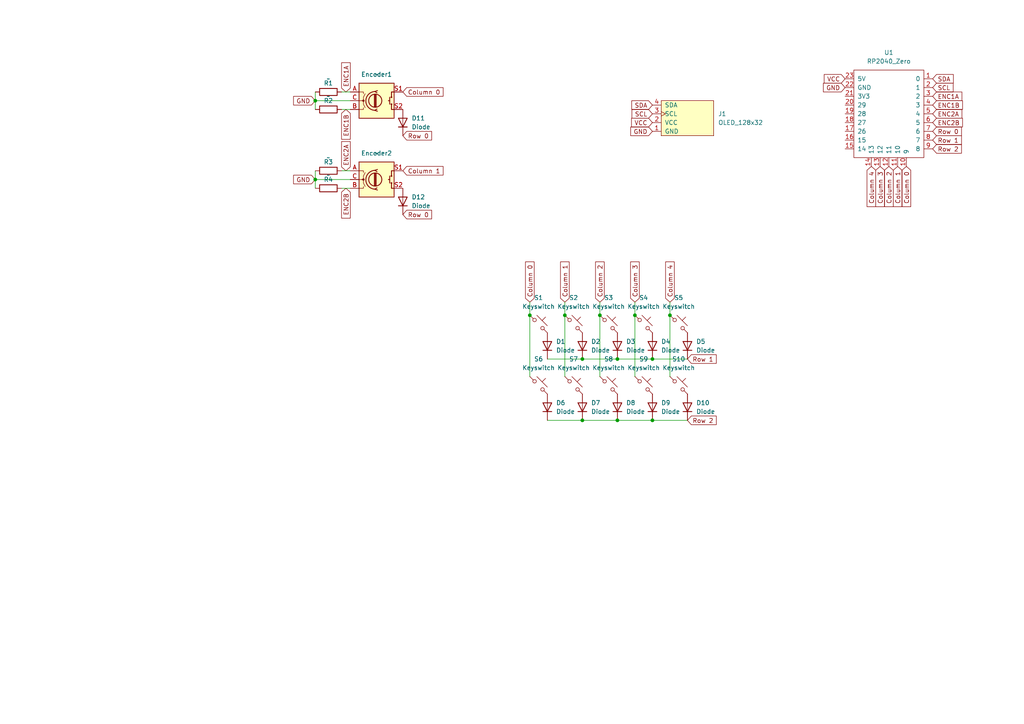
<source format=kicad_sch>
(kicad_sch (version 20230121) (generator eeschema)

  (uuid d048e955-51f6-497f-a095-47df2d1de739)

  (paper "A4")

  (lib_symbols
    (symbol "Device:RotaryEncoder_Switch" (pin_names (offset 0.254) hide) (in_bom yes) (on_board yes)
      (property "Reference" "SW" (at 0 6.604 0)
        (effects (font (size 1.27 1.27)))
      )
      (property "Value" "RotaryEncoder_Switch" (at 0 -6.604 0)
        (effects (font (size 1.27 1.27)))
      )
      (property "Footprint" "" (at -3.81 4.064 0)
        (effects (font (size 1.27 1.27)) hide)
      )
      (property "Datasheet" "~" (at 0 6.604 0)
        (effects (font (size 1.27 1.27)) hide)
      )
      (property "ki_keywords" "rotary switch encoder switch push button" (at 0 0 0)
        (effects (font (size 1.27 1.27)) hide)
      )
      (property "ki_description" "Rotary encoder, dual channel, incremental quadrate outputs, with switch" (at 0 0 0)
        (effects (font (size 1.27 1.27)) hide)
      )
      (property "ki_fp_filters" "RotaryEncoder*Switch*" (at 0 0 0)
        (effects (font (size 1.27 1.27)) hide)
      )
      (symbol "RotaryEncoder_Switch_0_1"
        (rectangle (start -5.08 5.08) (end 5.08 -5.08)
          (stroke (width 0.254) (type default))
          (fill (type background))
        )
        (circle (center -3.81 0) (radius 0.254)
          (stroke (width 0) (type default))
          (fill (type outline))
        )
        (circle (center -0.381 0) (radius 1.905)
          (stroke (width 0.254) (type default))
          (fill (type none))
        )
        (arc (start -0.381 2.667) (mid -3.0988 -0.0635) (end -0.381 -2.794)
          (stroke (width 0.254) (type default))
          (fill (type none))
        )
        (polyline
          (pts
            (xy -0.635 -1.778)
            (xy -0.635 1.778)
          )
          (stroke (width 0.254) (type default))
          (fill (type none))
        )
        (polyline
          (pts
            (xy -0.381 -1.778)
            (xy -0.381 1.778)
          )
          (stroke (width 0.254) (type default))
          (fill (type none))
        )
        (polyline
          (pts
            (xy -0.127 1.778)
            (xy -0.127 -1.778)
          )
          (stroke (width 0.254) (type default))
          (fill (type none))
        )
        (polyline
          (pts
            (xy 3.81 0)
            (xy 3.429 0)
          )
          (stroke (width 0.254) (type default))
          (fill (type none))
        )
        (polyline
          (pts
            (xy 3.81 1.016)
            (xy 3.81 -1.016)
          )
          (stroke (width 0.254) (type default))
          (fill (type none))
        )
        (polyline
          (pts
            (xy -5.08 -2.54)
            (xy -3.81 -2.54)
            (xy -3.81 -2.032)
          )
          (stroke (width 0) (type default))
          (fill (type none))
        )
        (polyline
          (pts
            (xy -5.08 2.54)
            (xy -3.81 2.54)
            (xy -3.81 2.032)
          )
          (stroke (width 0) (type default))
          (fill (type none))
        )
        (polyline
          (pts
            (xy 0.254 -3.048)
            (xy -0.508 -2.794)
            (xy 0.127 -2.413)
          )
          (stroke (width 0.254) (type default))
          (fill (type none))
        )
        (polyline
          (pts
            (xy 0.254 2.921)
            (xy -0.508 2.667)
            (xy 0.127 2.286)
          )
          (stroke (width 0.254) (type default))
          (fill (type none))
        )
        (polyline
          (pts
            (xy 5.08 -2.54)
            (xy 4.318 -2.54)
            (xy 4.318 -1.016)
          )
          (stroke (width 0.254) (type default))
          (fill (type none))
        )
        (polyline
          (pts
            (xy 5.08 2.54)
            (xy 4.318 2.54)
            (xy 4.318 1.016)
          )
          (stroke (width 0.254) (type default))
          (fill (type none))
        )
        (polyline
          (pts
            (xy -5.08 0)
            (xy -3.81 0)
            (xy -3.81 -1.016)
            (xy -3.302 -2.032)
          )
          (stroke (width 0) (type default))
          (fill (type none))
        )
        (polyline
          (pts
            (xy -4.318 0)
            (xy -3.81 0)
            (xy -3.81 1.016)
            (xy -3.302 2.032)
          )
          (stroke (width 0) (type default))
          (fill (type none))
        )
        (circle (center 4.318 -1.016) (radius 0.127)
          (stroke (width 0.254) (type default))
          (fill (type none))
        )
        (circle (center 4.318 1.016) (radius 0.127)
          (stroke (width 0.254) (type default))
          (fill (type none))
        )
      )
      (symbol "RotaryEncoder_Switch_1_1"
        (pin passive line (at -7.62 2.54 0) (length 2.54)
          (name "A" (effects (font (size 1.27 1.27))))
          (number "A" (effects (font (size 1.27 1.27))))
        )
        (pin passive line (at -7.62 -2.54 0) (length 2.54)
          (name "B" (effects (font (size 1.27 1.27))))
          (number "B" (effects (font (size 1.27 1.27))))
        )
        (pin passive line (at -7.62 0 0) (length 2.54)
          (name "C" (effects (font (size 1.27 1.27))))
          (number "C" (effects (font (size 1.27 1.27))))
        )
        (pin passive line (at 7.62 2.54 180) (length 2.54)
          (name "S1" (effects (font (size 1.27 1.27))))
          (number "S1" (effects (font (size 1.27 1.27))))
        )
        (pin passive line (at 7.62 -2.54 180) (length 2.54)
          (name "S2" (effects (font (size 1.27 1.27))))
          (number "S2" (effects (font (size 1.27 1.27))))
        )
      )
    )
    (symbol "ScottoKeebs:MCU_RP2040_Zero" (pin_names (offset 1.016)) (in_bom yes) (on_board yes)
      (property "Reference" "U" (at 0 15.24 0)
        (effects (font (size 1.27 1.27)))
      )
      (property "Value" "RP2040_Zero" (at 0 12.7 0)
        (effects (font (size 1.27 1.27)))
      )
      (property "Footprint" "ScottoKeebs_MCU:RP2040_Zero" (at -8.89 5.08 0)
        (effects (font (size 1.27 1.27)) hide)
      )
      (property "Datasheet" "" (at -8.89 5.08 0)
        (effects (font (size 1.27 1.27)) hide)
      )
      (symbol "MCU_RP2040_Zero_0_1"
        (rectangle (start -10.16 11.43) (end 10.16 -13.97)
          (stroke (width 0) (type default))
          (fill (type none))
        )
      )
      (symbol "MCU_RP2040_Zero_1_1"
        (pin bidirectional line (at 12.7 8.89 180) (length 2.54)
          (name "0" (effects (font (size 1.27 1.27))))
          (number "1" (effects (font (size 1.27 1.27))))
        )
        (pin bidirectional line (at 5.08 -16.51 90) (length 2.54)
          (name "9" (effects (font (size 1.27 1.27))))
          (number "10" (effects (font (size 1.27 1.27))))
        )
        (pin bidirectional line (at 2.54 -16.51 90) (length 2.54)
          (name "10" (effects (font (size 1.27 1.27))))
          (number "11" (effects (font (size 1.27 1.27))))
        )
        (pin bidirectional line (at 0 -16.51 90) (length 2.54)
          (name "11" (effects (font (size 1.27 1.27))))
          (number "12" (effects (font (size 1.27 1.27))))
        )
        (pin bidirectional line (at -2.54 -16.51 90) (length 2.54)
          (name "12" (effects (font (size 1.27 1.27))))
          (number "13" (effects (font (size 1.27 1.27))))
        )
        (pin bidirectional line (at -5.08 -16.51 90) (length 2.54)
          (name "13" (effects (font (size 1.27 1.27))))
          (number "14" (effects (font (size 1.27 1.27))))
        )
        (pin bidirectional line (at -12.7 -11.43 0) (length 2.54)
          (name "14" (effects (font (size 1.27 1.27))))
          (number "15" (effects (font (size 1.27 1.27))))
        )
        (pin bidirectional line (at -12.7 -8.89 0) (length 2.54)
          (name "15" (effects (font (size 1.27 1.27))))
          (number "16" (effects (font (size 1.27 1.27))))
        )
        (pin bidirectional line (at -12.7 -6.35 0) (length 2.54)
          (name "26" (effects (font (size 1.27 1.27))))
          (number "17" (effects (font (size 1.27 1.27))))
        )
        (pin bidirectional line (at -12.7 -3.81 0) (length 2.54)
          (name "27" (effects (font (size 1.27 1.27))))
          (number "18" (effects (font (size 1.27 1.27))))
        )
        (pin bidirectional line (at -12.7 -1.27 0) (length 2.54)
          (name "28" (effects (font (size 1.27 1.27))))
          (number "19" (effects (font (size 1.27 1.27))))
        )
        (pin bidirectional line (at 12.7 6.35 180) (length 2.54)
          (name "1" (effects (font (size 1.27 1.27))))
          (number "2" (effects (font (size 1.27 1.27))))
        )
        (pin bidirectional line (at -12.7 1.27 0) (length 2.54)
          (name "29" (effects (font (size 1.27 1.27))))
          (number "20" (effects (font (size 1.27 1.27))))
        )
        (pin power_out line (at -12.7 3.81 0) (length 2.54)
          (name "3V3" (effects (font (size 1.27 1.27))))
          (number "21" (effects (font (size 1.27 1.27))))
        )
        (pin power_out line (at -12.7 6.35 0) (length 2.54)
          (name "GND" (effects (font (size 1.27 1.27))))
          (number "22" (effects (font (size 1.27 1.27))))
        )
        (pin power_out line (at -12.7 8.89 0) (length 2.54)
          (name "5V" (effects (font (size 1.27 1.27))))
          (number "23" (effects (font (size 1.27 1.27))))
        )
        (pin bidirectional line (at 12.7 3.81 180) (length 2.54)
          (name "2" (effects (font (size 1.27 1.27))))
          (number "3" (effects (font (size 1.27 1.27))))
        )
        (pin bidirectional line (at 12.7 1.27 180) (length 2.54)
          (name "3" (effects (font (size 1.27 1.27))))
          (number "4" (effects (font (size 1.27 1.27))))
        )
        (pin bidirectional line (at 12.7 -1.27 180) (length 2.54)
          (name "4" (effects (font (size 1.27 1.27))))
          (number "5" (effects (font (size 1.27 1.27))))
        )
        (pin bidirectional line (at 12.7 -3.81 180) (length 2.54)
          (name "5" (effects (font (size 1.27 1.27))))
          (number "6" (effects (font (size 1.27 1.27))))
        )
        (pin bidirectional line (at 12.7 -6.35 180) (length 2.54)
          (name "6" (effects (font (size 1.27 1.27))))
          (number "7" (effects (font (size 1.27 1.27))))
        )
        (pin bidirectional line (at 12.7 -8.89 180) (length 2.54)
          (name "7" (effects (font (size 1.27 1.27))))
          (number "8" (effects (font (size 1.27 1.27))))
        )
        (pin bidirectional line (at 12.7 -11.43 180) (length 2.54)
          (name "8" (effects (font (size 1.27 1.27))))
          (number "9" (effects (font (size 1.27 1.27))))
        )
      )
    )
    (symbol "ScottoKeebs:OLED_128x32" (pin_names (offset 1.016)) (in_bom yes) (on_board yes)
      (property "Reference" "J" (at 0 -6.35 0)
        (effects (font (size 1.27 1.27)))
      )
      (property "Value" "OLED_128x32" (at 0 6.35 0)
        (effects (font (size 1.27 1.27)))
      )
      (property "Footprint" "ScottoKeebs_Components:OLED_128x32" (at 0 8.89 0)
        (effects (font (size 1.27 1.27)) hide)
      )
      (property "Datasheet" "" (at 0 1.27 0)
        (effects (font (size 1.27 1.27)) hide)
      )
      (symbol "OLED_128x32_0_1"
        (rectangle (start 0 5.08) (end 15.24 -5.08)
          (stroke (width 0) (type default))
          (fill (type background))
        )
      )
      (symbol "OLED_128x32_1_1"
        (pin power_in line (at -2.54 -3.81 0) (length 2.54)
          (name "GND" (effects (font (size 1.27 1.27))))
          (number "1" (effects (font (size 1.27 1.27))))
        )
        (pin power_in line (at -2.54 -1.27 0) (length 2.54)
          (name "VCC" (effects (font (size 1.27 1.27))))
          (number "2" (effects (font (size 1.27 1.27))))
        )
        (pin input clock (at -2.54 1.27 0) (length 2.54)
          (name "SCL" (effects (font (size 1.27 1.27))))
          (number "3" (effects (font (size 1.27 1.27))))
        )
        (pin bidirectional line (at -2.54 3.81 0) (length 2.54)
          (name "SDA" (effects (font (size 1.27 1.27))))
          (number "4" (effects (font (size 1.27 1.27))))
        )
      )
    )
    (symbol "ScottoKeebs:Placeholder_Diode" (pin_numbers hide) (pin_names hide) (in_bom yes) (on_board yes)
      (property "Reference" "D" (at 0 2.54 0)
        (effects (font (size 1.27 1.27)))
      )
      (property "Value" "Diode" (at 0 -2.54 0)
        (effects (font (size 1.27 1.27)))
      )
      (property "Footprint" "" (at 0 0 0)
        (effects (font (size 1.27 1.27)) hide)
      )
      (property "Datasheet" "" (at 0 0 0)
        (effects (font (size 1.27 1.27)) hide)
      )
      (property "Sim.Device" "D" (at 0 0 0)
        (effects (font (size 1.27 1.27)) hide)
      )
      (property "Sim.Pins" "1=K 2=A" (at 0 0 0)
        (effects (font (size 1.27 1.27)) hide)
      )
      (property "ki_keywords" "diode" (at 0 0 0)
        (effects (font (size 1.27 1.27)) hide)
      )
      (property "ki_description" "1N4148 (DO-35) or 1N4148W (SOD-123)" (at 0 0 0)
        (effects (font (size 1.27 1.27)) hide)
      )
      (property "ki_fp_filters" "D*DO?35*" (at 0 0 0)
        (effects (font (size 1.27 1.27)) hide)
      )
      (symbol "Placeholder_Diode_0_1"
        (polyline
          (pts
            (xy -1.27 1.27)
            (xy -1.27 -1.27)
          )
          (stroke (width 0.254) (type default))
          (fill (type none))
        )
        (polyline
          (pts
            (xy 1.27 0)
            (xy -1.27 0)
          )
          (stroke (width 0) (type default))
          (fill (type none))
        )
        (polyline
          (pts
            (xy 1.27 1.27)
            (xy 1.27 -1.27)
            (xy -1.27 0)
            (xy 1.27 1.27)
          )
          (stroke (width 0.254) (type default))
          (fill (type none))
        )
      )
      (symbol "Placeholder_Diode_1_1"
        (pin passive line (at -3.81 0 0) (length 2.54)
          (name "K" (effects (font (size 1.27 1.27))))
          (number "1" (effects (font (size 1.27 1.27))))
        )
        (pin passive line (at 3.81 0 180) (length 2.54)
          (name "A" (effects (font (size 1.27 1.27))))
          (number "2" (effects (font (size 1.27 1.27))))
        )
      )
    )
    (symbol "ScottoKeebs:Placeholder_Keyswitch" (pin_numbers hide) (pin_names (offset 1.016) hide) (in_bom yes) (on_board yes)
      (property "Reference" "S" (at 3.048 1.016 0)
        (effects (font (size 1.27 1.27)) (justify left))
      )
      (property "Value" "Keyswitch" (at 0 -3.81 0)
        (effects (font (size 1.27 1.27)))
      )
      (property "Footprint" "" (at 0 0 0)
        (effects (font (size 1.27 1.27)) hide)
      )
      (property "Datasheet" "~" (at 0 0 0)
        (effects (font (size 1.27 1.27)) hide)
      )
      (property "ki_keywords" "switch normally-open pushbutton push-button" (at 0 0 0)
        (effects (font (size 1.27 1.27)) hide)
      )
      (property "ki_description" "Push button switch, normally open, two pins, 45° tilted" (at 0 0 0)
        (effects (font (size 1.27 1.27)) hide)
      )
      (symbol "Placeholder_Keyswitch_0_1"
        (circle (center -1.1684 1.1684) (radius 0.508)
          (stroke (width 0) (type default))
          (fill (type none))
        )
        (polyline
          (pts
            (xy -0.508 2.54)
            (xy 2.54 -0.508)
          )
          (stroke (width 0) (type default))
          (fill (type none))
        )
        (polyline
          (pts
            (xy 1.016 1.016)
            (xy 2.032 2.032)
          )
          (stroke (width 0) (type default))
          (fill (type none))
        )
        (polyline
          (pts
            (xy -2.54 2.54)
            (xy -1.524 1.524)
            (xy -1.524 1.524)
          )
          (stroke (width 0) (type default))
          (fill (type none))
        )
        (polyline
          (pts
            (xy 1.524 -1.524)
            (xy 2.54 -2.54)
            (xy 2.54 -2.54)
            (xy 2.54 -2.54)
          )
          (stroke (width 0) (type default))
          (fill (type none))
        )
        (circle (center 1.143 -1.1938) (radius 0.508)
          (stroke (width 0) (type default))
          (fill (type none))
        )
        (pin passive line (at -2.54 2.54 0) (length 0)
          (name "1" (effects (font (size 1.27 1.27))))
          (number "1" (effects (font (size 1.27 1.27))))
        )
        (pin passive line (at 2.54 -2.54 180) (length 0)
          (name "2" (effects (font (size 1.27 1.27))))
          (number "2" (effects (font (size 1.27 1.27))))
        )
      )
    )
    (symbol "ScottoKeebs:Placeholder_Resistor" (pin_numbers hide) (pin_names (offset 0)) (in_bom yes) (on_board yes)
      (property "Reference" "R" (at 0 2.032 0)
        (effects (font (size 1.27 1.27)))
      )
      (property "Value" "Resistor" (at 0 -2.54 0)
        (effects (font (size 1.27 1.27)))
      )
      (property "Footprint" "" (at 0 -1.778 0)
        (effects (font (size 1.27 1.27)) hide)
      )
      (property "Datasheet" "~" (at 0 0 90)
        (effects (font (size 1.27 1.27)) hide)
      )
      (property "ki_keywords" "R res resistor" (at 0 0 0)
        (effects (font (size 1.27 1.27)) hide)
      )
      (property "ki_description" "Resistor" (at 0 0 0)
        (effects (font (size 1.27 1.27)) hide)
      )
      (property "ki_fp_filters" "R_*" (at 0 0 0)
        (effects (font (size 1.27 1.27)) hide)
      )
      (symbol "Placeholder_Resistor_0_1"
        (rectangle (start 2.54 -1.016) (end -2.54 1.016)
          (stroke (width 0.254) (type default))
          (fill (type none))
        )
      )
      (symbol "Placeholder_Resistor_1_1"
        (pin passive line (at -3.81 0 0) (length 1.27)
          (name "~" (effects (font (size 1.27 1.27))))
          (number "1" (effects (font (size 1.27 1.27))))
        )
        (pin passive line (at 3.81 0 180) (length 1.27)
          (name "~" (effects (font (size 1.27 1.27))))
          (number "2" (effects (font (size 1.27 1.27))))
        )
      )
    )
  )

  (junction (at 189.23 121.92) (diameter 0) (color 0 0 0 0)
    (uuid 1e5b3fba-db18-4b8e-9341-2a7be5c6a7cc)
  )
  (junction (at 179.07 104.14) (diameter 0) (color 0 0 0 0)
    (uuid 1e665b6d-d21f-4e14-a7b1-aacd9272f24a)
  )
  (junction (at 168.91 104.14) (diameter 0) (color 0 0 0 0)
    (uuid 2c7500f9-bce1-4002-8270-c4a00f9a8f8f)
  )
  (junction (at 179.07 121.92) (diameter 0) (color 0 0 0 0)
    (uuid 2ec637bd-d256-44c2-a3a5-72a628177ecf)
  )
  (junction (at 173.99 91.44) (diameter 0) (color 0 0 0 0)
    (uuid 3bde8a9d-fcfc-473f-a0dc-4d9d48168262)
  )
  (junction (at 194.31 91.44) (diameter 0) (color 0 0 0 0)
    (uuid 5eee77c2-500a-4e0c-b259-cd73105d25ff)
  )
  (junction (at 163.83 91.44) (diameter 0) (color 0 0 0 0)
    (uuid 62ce9d02-148c-4da6-82d0-0c6c64678b7b)
  )
  (junction (at 91.44 29.21) (diameter 0) (color 0 0 0 0)
    (uuid 787b6907-363c-4a80-9679-39de6f96dbdb)
  )
  (junction (at 153.67 91.44) (diameter 0) (color 0 0 0 0)
    (uuid 9deff51b-b40f-431c-9a57-73cd4cb481ee)
  )
  (junction (at 184.15 91.44) (diameter 0) (color 0 0 0 0)
    (uuid c621f211-b046-46a9-8a63-d8395ce03022)
  )
  (junction (at 91.44 52.07) (diameter 0) (color 0 0 0 0)
    (uuid d6429d55-ceb7-4e5f-b674-7f0939594c8a)
  )
  (junction (at 168.91 121.92) (diameter 0) (color 0 0 0 0)
    (uuid e67d2c87-2ca7-4788-9a5f-2f28b9363bee)
  )
  (junction (at 189.23 104.14) (diameter 0) (color 0 0 0 0)
    (uuid f5048ae9-7f84-409f-824f-0657893128e0)
  )

  (wire (pts (xy 91.44 49.53) (xy 91.44 52.07))
    (stroke (width 0) (type default))
    (uuid 04baf87d-f987-4ba4-804c-98d67f415b6a)
  )
  (wire (pts (xy 184.15 87.63) (xy 184.15 91.44))
    (stroke (width 0) (type default))
    (uuid 160634a6-14fe-43bf-87f5-6a6cf7fe9cb5)
  )
  (wire (pts (xy 99.06 31.75) (xy 101.6 31.75))
    (stroke (width 0) (type default))
    (uuid 1adbce5e-c3dd-4d21-b060-5f249517e5bf)
  )
  (wire (pts (xy 99.06 49.53) (xy 101.6 49.53))
    (stroke (width 0) (type default))
    (uuid 1d4f31ef-a5af-4bab-a5ec-d1bfd07bb52c)
  )
  (wire (pts (xy 158.75 104.14) (xy 168.91 104.14))
    (stroke (width 0) (type default))
    (uuid 1d8d61ac-7f22-4847-8631-b6ea922cc9b1)
  )
  (wire (pts (xy 179.07 104.14) (xy 189.23 104.14))
    (stroke (width 0) (type default))
    (uuid 3067bef0-7978-4357-b4a1-575d08b02f54)
  )
  (wire (pts (xy 179.07 121.92) (xy 189.23 121.92))
    (stroke (width 0) (type default))
    (uuid 400f5a04-3c0a-4b63-8cd0-a03a5ee2aff0)
  )
  (wire (pts (xy 184.15 91.44) (xy 184.15 109.22))
    (stroke (width 0) (type default))
    (uuid 564239d6-ddcf-4dd0-bee9-595c67e93863)
  )
  (wire (pts (xy 168.91 121.92) (xy 179.07 121.92))
    (stroke (width 0) (type default))
    (uuid 65dde909-e86c-4ea4-88dc-330c07e03c24)
  )
  (wire (pts (xy 99.06 54.61) (xy 101.6 54.61))
    (stroke (width 0) (type default))
    (uuid 6b8f4470-2b5d-4987-8c98-ed0b718160e5)
  )
  (wire (pts (xy 91.44 29.21) (xy 91.44 31.75))
    (stroke (width 0) (type default))
    (uuid 75944a68-e883-41b2-b7d7-62daefa3ded0)
  )
  (wire (pts (xy 189.23 104.14) (xy 199.39 104.14))
    (stroke (width 0) (type default))
    (uuid 7bc3a02c-92fe-4617-b8d5-d8f0c8406bc1)
  )
  (wire (pts (xy 99.06 26.67) (xy 101.6 26.67))
    (stroke (width 0) (type default))
    (uuid 81d337a8-7106-4045-91cd-a267c99bdb71)
  )
  (wire (pts (xy 153.67 87.63) (xy 153.67 91.44))
    (stroke (width 0) (type default))
    (uuid 923bf1c7-6cbf-41bd-8747-71a9fa89cef1)
  )
  (wire (pts (xy 168.91 104.14) (xy 179.07 104.14))
    (stroke (width 0) (type default))
    (uuid a32ecbe0-4f63-48fc-b08d-624e2b6c4d77)
  )
  (wire (pts (xy 194.31 87.63) (xy 194.31 91.44))
    (stroke (width 0) (type default))
    (uuid b8031668-08f1-4818-b071-8b1aa6ecac48)
  )
  (wire (pts (xy 153.67 91.44) (xy 153.67 109.22))
    (stroke (width 0) (type default))
    (uuid b92ad43f-af29-4425-874c-4a28c3e78be5)
  )
  (wire (pts (xy 163.83 87.63) (xy 163.83 91.44))
    (stroke (width 0) (type default))
    (uuid cb823bfe-c9c9-400a-860d-7080387e4177)
  )
  (wire (pts (xy 173.99 91.44) (xy 173.99 109.22))
    (stroke (width 0) (type default))
    (uuid d6123d34-3a7f-4ba0-a96e-0cbc93e0dcbe)
  )
  (wire (pts (xy 91.44 29.21) (xy 101.6 29.21))
    (stroke (width 0) (type default))
    (uuid d9ba9dde-5dd6-4f85-90e1-2f32ebcfa9ef)
  )
  (wire (pts (xy 158.75 121.92) (xy 168.91 121.92))
    (stroke (width 0) (type default))
    (uuid de73a169-2d1a-4fc4-9c19-bc5f7f293cd0)
  )
  (wire (pts (xy 173.99 87.63) (xy 173.99 91.44))
    (stroke (width 0) (type default))
    (uuid dff89e4a-ab62-4fc0-90be-21047013b7c3)
  )
  (wire (pts (xy 163.83 91.44) (xy 163.83 109.22))
    (stroke (width 0) (type default))
    (uuid e5ec5f35-a028-454b-b41d-526e7352cf28)
  )
  (wire (pts (xy 91.44 52.07) (xy 91.44 54.61))
    (stroke (width 0) (type default))
    (uuid f036b252-498c-4feb-b2f2-afab1bce8f8a)
  )
  (wire (pts (xy 91.44 26.67) (xy 91.44 29.21))
    (stroke (width 0) (type default))
    (uuid f214f803-f6a0-4581-95ab-264d9f0711eb)
  )
  (wire (pts (xy 189.23 121.92) (xy 199.39 121.92))
    (stroke (width 0) (type default))
    (uuid f32bc817-a725-4dda-b416-daad00d6d76e)
  )
  (wire (pts (xy 91.44 52.07) (xy 101.6 52.07))
    (stroke (width 0) (type default))
    (uuid fa778cf8-ab1a-4e30-bce7-c116d3e72346)
  )
  (wire (pts (xy 194.31 91.44) (xy 194.31 109.22))
    (stroke (width 0) (type default))
    (uuid fdf5065c-a16e-4ee3-90c2-dfe136d74c7e)
  )

  (global_label "Column 1" (shape input) (at 116.84 49.53 0) (fields_autoplaced)
    (effects (font (size 1.27 1.27)) (justify left))
    (uuid 03654ad3-0e52-4aff-9520-a0a02a865207)
    (property "Intersheetrefs" "${INTERSHEET_REFS}" (at 129.0778 49.53 0)
      (effects (font (size 1.27 1.27)) (justify left) hide)
    )
  )
  (global_label "ENC2A" (shape input) (at 100.33 49.53 90) (fields_autoplaced)
    (effects (font (size 1.27 1.27)) (justify left))
    (uuid 0541c404-7775-4a66-9d46-c01f4252661b)
    (property "Intersheetrefs" "${INTERSHEET_REFS}" (at 100.33 40.4972 90)
      (effects (font (size 1.27 1.27)) (justify left) hide)
    )
  )
  (global_label "Column 0" (shape input) (at 116.84 26.67 0) (fields_autoplaced)
    (effects (font (size 1.27 1.27)) (justify left))
    (uuid 05936c25-fbe9-4a44-ac70-43b52c3e3af3)
    (property "Intersheetrefs" "${INTERSHEET_REFS}" (at 129.0778 26.67 0)
      (effects (font (size 1.27 1.27)) (justify left) hide)
    )
  )
  (global_label "ENC2B" (shape input) (at 100.33 54.61 270) (fields_autoplaced)
    (effects (font (size 1.27 1.27)) (justify right))
    (uuid 098d78b2-e941-4b98-9ca2-9f63ae0f71ed)
    (property "Intersheetrefs" "${INTERSHEET_REFS}" (at 100.33 63.8242 90)
      (effects (font (size 1.27 1.27)) (justify right) hide)
    )
  )
  (global_label "Row 1" (shape input) (at 270.51 40.64 0) (fields_autoplaced)
    (effects (font (size 1.27 1.27)) (justify left))
    (uuid 16a53a26-cfc0-4bd3-857d-7ed70f07e827)
    (property "Intersheetrefs" "${INTERSHEET_REFS}" (at 279.4218 40.64 0)
      (effects (font (size 1.27 1.27)) (justify left) hide)
    )
  )
  (global_label "Column 4" (shape input) (at 194.31 87.63 90) (fields_autoplaced)
    (effects (font (size 1.27 1.27)) (justify left))
    (uuid 2324651f-01f3-4689-9e76-33ea78cc1504)
    (property "Intersheetrefs" "${INTERSHEET_REFS}" (at 194.31 75.3922 90)
      (effects (font (size 1.27 1.27)) (justify left) hide)
    )
  )
  (global_label "Row 0" (shape input) (at 116.84 62.23 0) (fields_autoplaced)
    (effects (font (size 1.27 1.27)) (justify left))
    (uuid 2abe8e68-3e81-40b3-9b8e-fe9a6ed3c4e8)
    (property "Intersheetrefs" "${INTERSHEET_REFS}" (at 125.7518 62.23 0)
      (effects (font (size 1.27 1.27)) (justify left) hide)
    )
  )
  (global_label "Column 4" (shape input) (at 252.73 48.26 270) (fields_autoplaced)
    (effects (font (size 1.27 1.27)) (justify right))
    (uuid 3674bafc-884c-4f16-a3f0-7f7a858f198b)
    (property "Intersheetrefs" "${INTERSHEET_REFS}" (at 252.73 60.4978 90)
      (effects (font (size 1.27 1.27)) (justify right) hide)
    )
  )
  (global_label "SDA" (shape input) (at 189.23 30.48 180) (fields_autoplaced)
    (effects (font (size 1.27 1.27)) (justify right))
    (uuid 3cf47284-5ab8-4982-a4eb-764dcdaa074a)
    (property "Intersheetrefs" "${INTERSHEET_REFS}" (at 182.6767 30.48 0)
      (effects (font (size 1.27 1.27)) (justify right) hide)
    )
  )
  (global_label "ENC1B" (shape input) (at 100.33 31.75 270) (fields_autoplaced)
    (effects (font (size 1.27 1.27)) (justify right))
    (uuid 4acc3574-8c98-46b0-9dae-9f281127a7e8)
    (property "Intersheetrefs" "${INTERSHEET_REFS}" (at 100.33 40.9642 90)
      (effects (font (size 1.27 1.27)) (justify right) hide)
    )
  )
  (global_label "Row 1" (shape input) (at 199.39 104.14 0) (fields_autoplaced)
    (effects (font (size 1.27 1.27)) (justify left))
    (uuid 50d4b1e5-931f-4118-9f49-c4340100c793)
    (property "Intersheetrefs" "${INTERSHEET_REFS}" (at 208.3018 104.14 0)
      (effects (font (size 1.27 1.27)) (justify left) hide)
    )
  )
  (global_label "Column 1" (shape input) (at 163.83 87.63 90) (fields_autoplaced)
    (effects (font (size 1.27 1.27)) (justify left))
    (uuid 60c10fb0-f4d9-489f-b670-77f54268281d)
    (property "Intersheetrefs" "${INTERSHEET_REFS}" (at 163.83 75.3922 90)
      (effects (font (size 1.27 1.27)) (justify left) hide)
    )
  )
  (global_label "Column 3" (shape input) (at 184.15 87.63 90) (fields_autoplaced)
    (effects (font (size 1.27 1.27)) (justify left))
    (uuid 6759b93e-82ee-4fe9-a417-21ffa868cb12)
    (property "Intersheetrefs" "${INTERSHEET_REFS}" (at 184.15 75.3922 90)
      (effects (font (size 1.27 1.27)) (justify left) hide)
    )
  )
  (global_label "Column 1" (shape input) (at 260.35 48.26 270) (fields_autoplaced)
    (effects (font (size 1.27 1.27)) (justify right))
    (uuid 6b2d0368-55b1-4b7f-be38-ea3adcd4b922)
    (property "Intersheetrefs" "${INTERSHEET_REFS}" (at 260.35 60.4978 90)
      (effects (font (size 1.27 1.27)) (justify right) hide)
    )
  )
  (global_label "Column 0" (shape input) (at 153.67 87.63 90) (fields_autoplaced)
    (effects (font (size 1.27 1.27)) (justify left))
    (uuid 6fbe898d-b8df-4f6a-8a1b-1fa5e8ac0c15)
    (property "Intersheetrefs" "${INTERSHEET_REFS}" (at 153.67 75.3922 90)
      (effects (font (size 1.27 1.27)) (justify left) hide)
    )
  )
  (global_label "GND" (shape input) (at 91.44 52.07 180) (fields_autoplaced)
    (effects (font (size 1.27 1.27)) (justify right))
    (uuid 70dfb3df-18d7-46d3-a161-712b328b29a6)
    (property "Intersheetrefs" "${INTERSHEET_REFS}" (at 84.5843 52.07 0)
      (effects (font (size 1.27 1.27)) (justify right) hide)
    )
  )
  (global_label "ENC2A" (shape input) (at 270.51 33.02 0) (fields_autoplaced)
    (effects (font (size 1.27 1.27)) (justify left))
    (uuid 790abd11-d51c-4641-b5f9-50187bde5175)
    (property "Intersheetrefs" "${INTERSHEET_REFS}" (at 279.5428 33.02 0)
      (effects (font (size 1.27 1.27)) (justify left) hide)
    )
  )
  (global_label "GND" (shape input) (at 189.23 38.1 180) (fields_autoplaced)
    (effects (font (size 1.27 1.27)) (justify right))
    (uuid 7de847bf-c0b8-4982-a8c0-4668e0f9f0bd)
    (property "Intersheetrefs" "${INTERSHEET_REFS}" (at 182.3743 38.1 0)
      (effects (font (size 1.27 1.27)) (justify right) hide)
    )
  )
  (global_label "Row 0" (shape input) (at 116.84 39.37 0) (fields_autoplaced)
    (effects (font (size 1.27 1.27)) (justify left))
    (uuid 84a862d6-394a-420f-a931-297324ae869c)
    (property "Intersheetrefs" "${INTERSHEET_REFS}" (at 125.7518 39.37 0)
      (effects (font (size 1.27 1.27)) (justify left) hide)
    )
  )
  (global_label "ENC2B" (shape input) (at 270.51 35.56 0) (fields_autoplaced)
    (effects (font (size 1.27 1.27)) (justify left))
    (uuid 886f3ede-7e98-487f-982b-4931e713c81b)
    (property "Intersheetrefs" "${INTERSHEET_REFS}" (at 279.7242 35.56 0)
      (effects (font (size 1.27 1.27)) (justify left) hide)
    )
  )
  (global_label "VCC" (shape input) (at 245.11 22.86 180) (fields_autoplaced)
    (effects (font (size 1.27 1.27)) (justify right))
    (uuid 9200e605-0820-4078-9e95-f5dbba49090a)
    (property "Intersheetrefs" "${INTERSHEET_REFS}" (at 238.4962 22.86 0)
      (effects (font (size 1.27 1.27)) (justify right) hide)
    )
  )
  (global_label "GND" (shape input) (at 245.11 25.4 180) (fields_autoplaced)
    (effects (font (size 1.27 1.27)) (justify right))
    (uuid 9dc2df39-25f5-429d-9daf-ad1234dc31e3)
    (property "Intersheetrefs" "${INTERSHEET_REFS}" (at 238.2543 25.4 0)
      (effects (font (size 1.27 1.27)) (justify right) hide)
    )
  )
  (global_label "Column 3" (shape input) (at 255.27 48.26 270) (fields_autoplaced)
    (effects (font (size 1.27 1.27)) (justify right))
    (uuid 9e83b8d1-0dd3-4d8c-bcd2-dc75cadd5eb4)
    (property "Intersheetrefs" "${INTERSHEET_REFS}" (at 255.27 60.4978 90)
      (effects (font (size 1.27 1.27)) (justify right) hide)
    )
  )
  (global_label "ENC1A" (shape input) (at 100.33 26.67 90) (fields_autoplaced)
    (effects (font (size 1.27 1.27)) (justify left))
    (uuid a17a0bc2-a09a-4f82-a889-19c598d2b6c5)
    (property "Intersheetrefs" "${INTERSHEET_REFS}" (at 100.33 17.6372 90)
      (effects (font (size 1.27 1.27)) (justify left) hide)
    )
  )
  (global_label "SDA" (shape input) (at 270.51 22.86 0) (fields_autoplaced)
    (effects (font (size 1.27 1.27)) (justify left))
    (uuid a4b17af6-24d4-48ca-8c40-86a042619b47)
    (property "Intersheetrefs" "${INTERSHEET_REFS}" (at 277.0633 22.86 0)
      (effects (font (size 1.27 1.27)) (justify left) hide)
    )
  )
  (global_label "Column 2" (shape input) (at 173.99 87.63 90) (fields_autoplaced)
    (effects (font (size 1.27 1.27)) (justify left))
    (uuid a72753bc-b68c-4e5c-9317-e06a8218e3c6)
    (property "Intersheetrefs" "${INTERSHEET_REFS}" (at 173.99 75.3922 90)
      (effects (font (size 1.27 1.27)) (justify left) hide)
    )
  )
  (global_label "ENC1A" (shape input) (at 270.51 27.94 0) (fields_autoplaced)
    (effects (font (size 1.27 1.27)) (justify left))
    (uuid aacdb45c-55fc-442e-b5f0-ed48696a15aa)
    (property "Intersheetrefs" "${INTERSHEET_REFS}" (at 279.5428 27.94 0)
      (effects (font (size 1.27 1.27)) (justify left) hide)
    )
  )
  (global_label "Row 2" (shape input) (at 270.51 43.18 0) (fields_autoplaced)
    (effects (font (size 1.27 1.27)) (justify left))
    (uuid ae61f0d5-a47b-4a30-b46f-039bd05cdb07)
    (property "Intersheetrefs" "${INTERSHEET_REFS}" (at 279.4218 43.18 0)
      (effects (font (size 1.27 1.27)) (justify left) hide)
    )
  )
  (global_label "GND" (shape input) (at 91.44 29.21 180) (fields_autoplaced)
    (effects (font (size 1.27 1.27)) (justify right))
    (uuid b3f81b7b-f3eb-4384-baf1-3986d24f6d03)
    (property "Intersheetrefs" "${INTERSHEET_REFS}" (at 84.5843 29.21 0)
      (effects (font (size 1.27 1.27)) (justify right) hide)
    )
  )
  (global_label "VCC" (shape input) (at 189.23 35.56 180) (fields_autoplaced)
    (effects (font (size 1.27 1.27)) (justify right))
    (uuid b861d252-d899-4b09-be86-1cee64c2a5b1)
    (property "Intersheetrefs" "${INTERSHEET_REFS}" (at 182.6162 35.56 0)
      (effects (font (size 1.27 1.27)) (justify right) hide)
    )
  )
  (global_label "Column 2" (shape input) (at 257.81 48.26 270) (fields_autoplaced)
    (effects (font (size 1.27 1.27)) (justify right))
    (uuid c12d0747-707a-4ce4-9e13-9f8090be55b8)
    (property "Intersheetrefs" "${INTERSHEET_REFS}" (at 257.81 60.4978 90)
      (effects (font (size 1.27 1.27)) (justify right) hide)
    )
  )
  (global_label "Row 0" (shape input) (at 270.51 38.1 0) (fields_autoplaced)
    (effects (font (size 1.27 1.27)) (justify left))
    (uuid d127afbc-482d-44ca-a3d7-ee5026c67fdb)
    (property "Intersheetrefs" "${INTERSHEET_REFS}" (at 279.4218 38.1 0)
      (effects (font (size 1.27 1.27)) (justify left) hide)
    )
  )
  (global_label "SCL" (shape input) (at 270.51 25.4 0) (fields_autoplaced)
    (effects (font (size 1.27 1.27)) (justify left))
    (uuid d8bfe92d-1b16-403a-bbe0-079cb7b9437b)
    (property "Intersheetrefs" "${INTERSHEET_REFS}" (at 277.0028 25.4 0)
      (effects (font (size 1.27 1.27)) (justify left) hide)
    )
  )
  (global_label "Column 0" (shape input) (at 262.89 48.26 270) (fields_autoplaced)
    (effects (font (size 1.27 1.27)) (justify right))
    (uuid e6b74f93-658d-4c94-88dc-74417d7cc1af)
    (property "Intersheetrefs" "${INTERSHEET_REFS}" (at 262.89 60.4978 90)
      (effects (font (size 1.27 1.27)) (justify right) hide)
    )
  )
  (global_label "Row 2" (shape input) (at 199.39 121.92 0) (fields_autoplaced)
    (effects (font (size 1.27 1.27)) (justify left))
    (uuid f07a0c8e-780e-4b97-924c-ad8268bf7db3)
    (property "Intersheetrefs" "${INTERSHEET_REFS}" (at 208.3018 121.92 0)
      (effects (font (size 1.27 1.27)) (justify left) hide)
    )
  )
  (global_label "SCL" (shape input) (at 189.23 33.02 180) (fields_autoplaced)
    (effects (font (size 1.27 1.27)) (justify right))
    (uuid f69fb823-279e-42b5-aed2-ab672a8b664a)
    (property "Intersheetrefs" "${INTERSHEET_REFS}" (at 182.7372 33.02 0)
      (effects (font (size 1.27 1.27)) (justify right) hide)
    )
  )
  (global_label "ENC1B" (shape input) (at 270.51 30.48 0) (fields_autoplaced)
    (effects (font (size 1.27 1.27)) (justify left))
    (uuid fea5309c-e5ae-43b6-8a63-5d0658b117cf)
    (property "Intersheetrefs" "${INTERSHEET_REFS}" (at 279.7242 30.48 0)
      (effects (font (size 1.27 1.27)) (justify left) hide)
    )
  )

  (symbol (lib_id "ScottoKeebs:Placeholder_Diode") (at 189.23 118.11 90) (unit 1)
    (in_bom yes) (on_board yes) (dnp no) (fields_autoplaced)
    (uuid 140216bd-08e3-4419-974f-ce0e32e3386a)
    (property "Reference" "D9" (at 191.77 116.84 90)
      (effects (font (size 1.27 1.27)) (justify right))
    )
    (property "Value" "Diode" (at 191.77 119.38 90)
      (effects (font (size 1.27 1.27)) (justify right))
    )
    (property "Footprint" "ScottoKeebs_Components:Diode_SOD-123" (at 189.23 118.11 0)
      (effects (font (size 1.27 1.27)) hide)
    )
    (property "Datasheet" "" (at 189.23 118.11 0)
      (effects (font (size 1.27 1.27)) hide)
    )
    (property "Sim.Device" "D" (at 189.23 118.11 0)
      (effects (font (size 1.27 1.27)) hide)
    )
    (property "Sim.Pins" "1=K 2=A" (at 189.23 118.11 0)
      (effects (font (size 1.27 1.27)) hide)
    )
    (pin "2" (uuid ed36034f-993c-4c14-ab25-f5fe2c33e31d))
    (pin "1" (uuid 9480f7fd-e06c-4d45-bb87-836f7657eb3d))
    (instances
      (project "MacroPad v3"
        (path "/d048e955-51f6-497f-a095-47df2d1de739"
          (reference "D9") (unit 1)
        )
      )
    )
  )

  (symbol (lib_id "ScottoKeebs:Placeholder_Keyswitch") (at 176.53 93.98 0) (unit 1)
    (in_bom yes) (on_board yes) (dnp no) (fields_autoplaced)
    (uuid 1aad466f-9ca5-438c-88f6-b72d080c0e66)
    (property "Reference" "S3" (at 176.53 86.36 0)
      (effects (font (size 1.27 1.27)))
    )
    (property "Value" "Keyswitch" (at 176.53 88.9 0)
      (effects (font (size 1.27 1.27)))
    )
    (property "Footprint" "RGB Switches:Kailh_socket_PG1350" (at 176.53 93.98 0)
      (effects (font (size 1.27 1.27)) hide)
    )
    (property "Datasheet" "~" (at 176.53 93.98 0)
      (effects (font (size 1.27 1.27)) hide)
    )
    (pin "2" (uuid a95e4035-127d-4d68-b190-e2016f6828ea))
    (pin "1" (uuid f56efaa7-20e1-4e92-99f5-ea12ae34e46f))
    (instances
      (project "MacroPad v3"
        (path "/d048e955-51f6-497f-a095-47df2d1de739"
          (reference "S3") (unit 1)
        )
      )
    )
  )

  (symbol (lib_id "ScottoKeebs:Placeholder_Keyswitch") (at 176.53 111.76 0) (unit 1)
    (in_bom yes) (on_board yes) (dnp no) (fields_autoplaced)
    (uuid 2f121b9b-3b26-4b72-b773-d35254284ce8)
    (property "Reference" "S8" (at 176.53 104.14 0)
      (effects (font (size 1.27 1.27)))
    )
    (property "Value" "Keyswitch" (at 176.53 106.68 0)
      (effects (font (size 1.27 1.27)))
    )
    (property "Footprint" "RGB Switches:Kailh_socket_PG1350" (at 176.53 111.76 0)
      (effects (font (size 1.27 1.27)) hide)
    )
    (property "Datasheet" "~" (at 176.53 111.76 0)
      (effects (font (size 1.27 1.27)) hide)
    )
    (pin "2" (uuid f6c4d929-e18e-433e-8cfd-9d94ad56cad9))
    (pin "1" (uuid 1343925c-ef83-4772-bb7a-c3687230608c))
    (instances
      (project "MacroPad v3"
        (path "/d048e955-51f6-497f-a095-47df2d1de739"
          (reference "S8") (unit 1)
        )
      )
    )
  )

  (symbol (lib_id "ScottoKeebs:Placeholder_Keyswitch") (at 156.21 111.76 0) (unit 1)
    (in_bom yes) (on_board yes) (dnp no) (fields_autoplaced)
    (uuid 358b9729-83a8-458d-ac45-c18eae63164e)
    (property "Reference" "S6" (at 156.21 104.14 0)
      (effects (font (size 1.27 1.27)))
    )
    (property "Value" "Keyswitch" (at 156.21 106.68 0)
      (effects (font (size 1.27 1.27)))
    )
    (property "Footprint" "RGB Switches:Kailh_socket_PG1350" (at 156.21 111.76 0)
      (effects (font (size 1.27 1.27)) hide)
    )
    (property "Datasheet" "~" (at 156.21 111.76 0)
      (effects (font (size 1.27 1.27)) hide)
    )
    (pin "2" (uuid 34a70e68-2f0b-4741-ab02-e9aa5b9e2e1c))
    (pin "1" (uuid 47e3173f-254e-41f0-a8ee-329a75d71079))
    (instances
      (project "MacroPad v3"
        (path "/d048e955-51f6-497f-a095-47df2d1de739"
          (reference "S6") (unit 1)
        )
      )
    )
  )

  (symbol (lib_id "ScottoKeebs:Placeholder_Keyswitch") (at 186.69 111.76 0) (unit 1)
    (in_bom yes) (on_board yes) (dnp no) (fields_autoplaced)
    (uuid 3e1eeefb-4e9c-4ea6-83bd-31d48b67ea7e)
    (property "Reference" "S9" (at 186.69 104.14 0)
      (effects (font (size 1.27 1.27)))
    )
    (property "Value" "Keyswitch" (at 186.69 106.68 0)
      (effects (font (size 1.27 1.27)))
    )
    (property "Footprint" "RGB Switches:Kailh_socket_PG1350" (at 186.69 111.76 0)
      (effects (font (size 1.27 1.27)) hide)
    )
    (property "Datasheet" "~" (at 186.69 111.76 0)
      (effects (font (size 1.27 1.27)) hide)
    )
    (pin "2" (uuid fd645669-cecf-41ee-855f-920ebc65ce90))
    (pin "1" (uuid 8f7f6d8d-2270-4e8e-aed6-b1f3c0f2f694))
    (instances
      (project "MacroPad v3"
        (path "/d048e955-51f6-497f-a095-47df2d1de739"
          (reference "S9") (unit 1)
        )
      )
    )
  )

  (symbol (lib_id "ScottoKeebs:Placeholder_Diode") (at 199.39 100.33 90) (unit 1)
    (in_bom yes) (on_board yes) (dnp no) (fields_autoplaced)
    (uuid 4789edef-45b6-402a-8cdc-d5fd0c4694d3)
    (property "Reference" "D5" (at 201.93 99.06 90)
      (effects (font (size 1.27 1.27)) (justify right))
    )
    (property "Value" "Diode" (at 201.93 101.6 90)
      (effects (font (size 1.27 1.27)) (justify right))
    )
    (property "Footprint" "ScottoKeebs_Components:Diode_SOD-123" (at 199.39 100.33 0)
      (effects (font (size 1.27 1.27)) hide)
    )
    (property "Datasheet" "" (at 199.39 100.33 0)
      (effects (font (size 1.27 1.27)) hide)
    )
    (property "Sim.Device" "D" (at 199.39 100.33 0)
      (effects (font (size 1.27 1.27)) hide)
    )
    (property "Sim.Pins" "1=K 2=A" (at 199.39 100.33 0)
      (effects (font (size 1.27 1.27)) hide)
    )
    (pin "2" (uuid 873d823c-4fa5-4e76-b5de-9a6260b6dfc4))
    (pin "1" (uuid 927d9590-25d6-46f7-bea3-7441d772409b))
    (instances
      (project "MacroPad v3"
        (path "/d048e955-51f6-497f-a095-47df2d1de739"
          (reference "D5") (unit 1)
        )
      )
    )
  )

  (symbol (lib_id "ScottoKeebs:Placeholder_Resistor") (at 95.25 31.75 0) (unit 1)
    (in_bom yes) (on_board yes) (dnp no)
    (uuid 48e4ac92-76df-4a81-ad04-93c0bd31e27d)
    (property "Reference" "R2" (at 95.25 29.21 0)
      (effects (font (size 1.27 1.27)))
    )
    (property "Value" "~" (at 95.25 27.94 0)
      (effects (font (size 1.27 1.27)))
    )
    (property "Footprint" "Resistor_THT:R_Axial_DIN0204_L3.6mm_D1.6mm_P7.62mm_Horizontal" (at 95.25 33.528 0)
      (effects (font (size 1.27 1.27)) hide)
    )
    (property "Datasheet" "~" (at 95.25 31.75 90)
      (effects (font (size 1.27 1.27)) hide)
    )
    (pin "2" (uuid eac6fc83-b63c-47a5-91c9-1bccebe29334))
    (pin "1" (uuid e963630c-459d-44df-90a2-8f97556a1257))
    (instances
      (project "MacroPad v3"
        (path "/d048e955-51f6-497f-a095-47df2d1de739"
          (reference "R2") (unit 1)
        )
      )
    )
  )

  (symbol (lib_id "ScottoKeebs:Placeholder_Resistor") (at 95.25 49.53 0) (unit 1)
    (in_bom yes) (on_board yes) (dnp no)
    (uuid 527dd74b-3a5d-43d9-8a04-40a894386695)
    (property "Reference" "R3" (at 95.25 46.99 0)
      (effects (font (size 1.27 1.27)))
    )
    (property "Value" "~" (at 95.25 45.72 0)
      (effects (font (size 1.27 1.27)))
    )
    (property "Footprint" "Resistor_THT:R_Axial_DIN0204_L3.6mm_D1.6mm_P7.62mm_Horizontal" (at 95.25 51.308 0)
      (effects (font (size 1.27 1.27)) hide)
    )
    (property "Datasheet" "~" (at 95.25 49.53 90)
      (effects (font (size 1.27 1.27)) hide)
    )
    (pin "2" (uuid d745f606-2b2b-49d6-b8e2-30e3d009e618))
    (pin "1" (uuid b7ddd2b8-50de-4275-b99d-e2200978b414))
    (instances
      (project "MacroPad v3"
        (path "/d048e955-51f6-497f-a095-47df2d1de739"
          (reference "R3") (unit 1)
        )
      )
    )
  )

  (symbol (lib_id "ScottoKeebs:Placeholder_Keyswitch") (at 156.21 93.98 0) (unit 1)
    (in_bom yes) (on_board yes) (dnp no) (fields_autoplaced)
    (uuid 568ba6c7-5a06-4a51-a073-3bed8af4a5e8)
    (property "Reference" "S1" (at 156.21 86.36 0)
      (effects (font (size 1.27 1.27)))
    )
    (property "Value" "Keyswitch" (at 156.21 88.9 0)
      (effects (font (size 1.27 1.27)))
    )
    (property "Footprint" "RGB Switches:Kailh_socket_PG1350" (at 156.21 93.98 0)
      (effects (font (size 1.27 1.27)) hide)
    )
    (property "Datasheet" "~" (at 156.21 93.98 0)
      (effects (font (size 1.27 1.27)) hide)
    )
    (pin "2" (uuid f52ab512-9b33-4dca-8526-ec2d43d8d675))
    (pin "1" (uuid 90645da4-34ff-4b10-a990-e5299145a607))
    (instances
      (project "MacroPad v3"
        (path "/d048e955-51f6-497f-a095-47df2d1de739"
          (reference "S1") (unit 1)
        )
      )
    )
  )

  (symbol (lib_id "ScottoKeebs:Placeholder_Keyswitch") (at 186.69 93.98 0) (unit 1)
    (in_bom yes) (on_board yes) (dnp no) (fields_autoplaced)
    (uuid 57b7b378-4742-4760-befe-3d9f77603420)
    (property "Reference" "S4" (at 186.69 86.36 0)
      (effects (font (size 1.27 1.27)))
    )
    (property "Value" "Keyswitch" (at 186.69 88.9 0)
      (effects (font (size 1.27 1.27)))
    )
    (property "Footprint" "RGB Switches:Kailh_socket_PG1350" (at 186.69 93.98 0)
      (effects (font (size 1.27 1.27)) hide)
    )
    (property "Datasheet" "~" (at 186.69 93.98 0)
      (effects (font (size 1.27 1.27)) hide)
    )
    (pin "2" (uuid df2ec77b-34b0-4a35-9b69-240f2f774141))
    (pin "1" (uuid 0bd90069-f567-4690-96a7-26fb4a6d6034))
    (instances
      (project "MacroPad v3"
        (path "/d048e955-51f6-497f-a095-47df2d1de739"
          (reference "S4") (unit 1)
        )
      )
    )
  )

  (symbol (lib_id "ScottoKeebs:Placeholder_Diode") (at 179.07 100.33 90) (unit 1)
    (in_bom yes) (on_board yes) (dnp no) (fields_autoplaced)
    (uuid 5b471dec-6796-4f3a-a6bd-170563a45168)
    (property "Reference" "D3" (at 181.61 99.06 90)
      (effects (font (size 1.27 1.27)) (justify right))
    )
    (property "Value" "Diode" (at 181.61 101.6 90)
      (effects (font (size 1.27 1.27)) (justify right))
    )
    (property "Footprint" "ScottoKeebs_Components:Diode_SOD-123" (at 179.07 100.33 0)
      (effects (font (size 1.27 1.27)) hide)
    )
    (property "Datasheet" "" (at 179.07 100.33 0)
      (effects (font (size 1.27 1.27)) hide)
    )
    (property "Sim.Device" "D" (at 179.07 100.33 0)
      (effects (font (size 1.27 1.27)) hide)
    )
    (property "Sim.Pins" "1=K 2=A" (at 179.07 100.33 0)
      (effects (font (size 1.27 1.27)) hide)
    )
    (pin "2" (uuid 83dc0c2a-73ac-4ae5-8c6b-76227f0a9c27))
    (pin "1" (uuid e4e99710-2c44-4f87-bfc6-2f5edd94355f))
    (instances
      (project "MacroPad v3"
        (path "/d048e955-51f6-497f-a095-47df2d1de739"
          (reference "D3") (unit 1)
        )
      )
    )
  )

  (symbol (lib_id "ScottoKeebs:MCU_RP2040_Zero") (at 257.81 31.75 0) (unit 1)
    (in_bom yes) (on_board yes) (dnp no) (fields_autoplaced)
    (uuid 6c7b53c3-4f7d-4ba8-815d-2143ec29ecb8)
    (property "Reference" "U1" (at 257.81 15.24 0)
      (effects (font (size 1.27 1.27)))
    )
    (property "Value" "RP2040_Zero" (at 257.81 17.78 0)
      (effects (font (size 1.27 1.27)))
    )
    (property "Footprint" "ScottoKeebs_MCU:RP2040_Zero" (at 248.92 26.67 0)
      (effects (font (size 1.27 1.27)) hide)
    )
    (property "Datasheet" "" (at 248.92 26.67 0)
      (effects (font (size 1.27 1.27)) hide)
    )
    (pin "13" (uuid a9d34737-f575-4828-bd75-ea4fc8dd4d53))
    (pin "17" (uuid abe7056b-66d0-4a01-aa86-a7bb093c1e53))
    (pin "8" (uuid f9b80de9-8032-457f-9c67-aee4f0763491))
    (pin "5" (uuid 2e42c318-e18d-40e7-ba03-4de5752cee24))
    (pin "3" (uuid 6d3772c7-308b-4203-90a5-d6d8f23af8a9))
    (pin "14" (uuid 94be783f-a0b0-4b1a-8d56-ff15fe426203))
    (pin "9" (uuid 934b0b11-1286-4059-a255-b6de181dc3bd))
    (pin "16" (uuid d9b9fef9-0513-4d4c-8871-28e18eb8a6b3))
    (pin "23" (uuid 65633b81-f38c-4e07-a2c2-aa0c02213ac6))
    (pin "7" (uuid ca8caa16-4226-4b43-ae20-da6da306a028))
    (pin "19" (uuid ebcb66ca-ceb5-4bcc-9a76-062e421e0fab))
    (pin "1" (uuid b907dcab-7063-4d93-89c9-034ea0159acb))
    (pin "15" (uuid 44bd9286-9599-4cf7-89d6-e033301f4e1c))
    (pin "4" (uuid ba8e7ca6-f820-4435-96e8-701710642af0))
    (pin "21" (uuid 5b5b255b-bd2f-40d3-af7b-bfc5a51603ad))
    (pin "22" (uuid a49d79c9-d27b-4ab8-bb08-8e43e6d67818))
    (pin "6" (uuid 3834904a-48e3-4083-ac3a-bc24c2e7eba4))
    (pin "11" (uuid 7f915071-d225-41fd-8153-5b1b6770067e))
    (pin "12" (uuid bc58758f-68ec-4322-b188-b50843098abf))
    (pin "18" (uuid 8313c8e6-474a-4742-a0fd-c68aaced2607))
    (pin "2" (uuid 96609f4e-8e28-477c-9d0d-bd178cc2fe8e))
    (pin "10" (uuid 4a8c1db4-8b60-4e6d-9d9d-f7f89105a491))
    (pin "20" (uuid c112e209-9836-49ed-a459-27afbacbd832))
    (instances
      (project "MacroPad v3"
        (path "/d048e955-51f6-497f-a095-47df2d1de739"
          (reference "U1") (unit 1)
        )
      )
    )
  )

  (symbol (lib_id "ScottoKeebs:Placeholder_Diode") (at 158.75 118.11 90) (unit 1)
    (in_bom yes) (on_board yes) (dnp no) (fields_autoplaced)
    (uuid 6ded680e-1570-43b1-8577-a5f0195f8f63)
    (property "Reference" "D6" (at 161.29 116.84 90)
      (effects (font (size 1.27 1.27)) (justify right))
    )
    (property "Value" "Diode" (at 161.29 119.38 90)
      (effects (font (size 1.27 1.27)) (justify right))
    )
    (property "Footprint" "ScottoKeebs_Components:Diode_SOD-123" (at 158.75 118.11 0)
      (effects (font (size 1.27 1.27)) hide)
    )
    (property "Datasheet" "" (at 158.75 118.11 0)
      (effects (font (size 1.27 1.27)) hide)
    )
    (property "Sim.Device" "D" (at 158.75 118.11 0)
      (effects (font (size 1.27 1.27)) hide)
    )
    (property "Sim.Pins" "1=K 2=A" (at 158.75 118.11 0)
      (effects (font (size 1.27 1.27)) hide)
    )
    (pin "2" (uuid e8357f77-6d3f-4249-ab4c-4c4e64d79c11))
    (pin "1" (uuid a448e3bc-189a-4650-a582-11f63bdde49d))
    (instances
      (project "MacroPad v3"
        (path "/d048e955-51f6-497f-a095-47df2d1de739"
          (reference "D6") (unit 1)
        )
      )
    )
  )

  (symbol (lib_id "ScottoKeebs:Placeholder_Diode") (at 199.39 118.11 90) (unit 1)
    (in_bom yes) (on_board yes) (dnp no) (fields_autoplaced)
    (uuid 78578b65-b5da-4e18-a54f-57eb177bdbfb)
    (property "Reference" "D10" (at 201.93 116.84 90)
      (effects (font (size 1.27 1.27)) (justify right))
    )
    (property "Value" "Diode" (at 201.93 119.38 90)
      (effects (font (size 1.27 1.27)) (justify right))
    )
    (property "Footprint" "ScottoKeebs_Components:Diode_SOD-123" (at 199.39 118.11 0)
      (effects (font (size 1.27 1.27)) hide)
    )
    (property "Datasheet" "" (at 199.39 118.11 0)
      (effects (font (size 1.27 1.27)) hide)
    )
    (property "Sim.Device" "D" (at 199.39 118.11 0)
      (effects (font (size 1.27 1.27)) hide)
    )
    (property "Sim.Pins" "1=K 2=A" (at 199.39 118.11 0)
      (effects (font (size 1.27 1.27)) hide)
    )
    (pin "2" (uuid b2576c59-b8e1-427e-88fd-11f52a8b8f7a))
    (pin "1" (uuid 69f298ce-4237-4dd2-8290-9009bde5e436))
    (instances
      (project "MacroPad v3"
        (path "/d048e955-51f6-497f-a095-47df2d1de739"
          (reference "D10") (unit 1)
        )
      )
    )
  )

  (symbol (lib_id "ScottoKeebs:Placeholder_Resistor") (at 95.25 54.61 0) (unit 1)
    (in_bom yes) (on_board yes) (dnp no)
    (uuid 88cf2768-2a16-4a64-a7eb-06f6a430ead7)
    (property "Reference" "R4" (at 95.25 52.07 0)
      (effects (font (size 1.27 1.27)))
    )
    (property "Value" "~" (at 95.25 50.8 0)
      (effects (font (size 1.27 1.27)))
    )
    (property "Footprint" "Resistor_THT:R_Axial_DIN0204_L3.6mm_D1.6mm_P7.62mm_Horizontal" (at 95.25 56.388 0)
      (effects (font (size 1.27 1.27)) hide)
    )
    (property "Datasheet" "~" (at 95.25 54.61 90)
      (effects (font (size 1.27 1.27)) hide)
    )
    (pin "2" (uuid 88d0c8ad-6ac8-486d-b7b0-5cf57b0f4d8b))
    (pin "1" (uuid 8192fb35-70b0-41a4-a7dc-11cc50b8fbbe))
    (instances
      (project "MacroPad v3"
        (path "/d048e955-51f6-497f-a095-47df2d1de739"
          (reference "R4") (unit 1)
        )
      )
    )
  )

  (symbol (lib_id "ScottoKeebs:OLED_128x32") (at 191.77 34.29 0) (unit 1)
    (in_bom yes) (on_board yes) (dnp no) (fields_autoplaced)
    (uuid 90194251-6597-4512-8a8d-184895718fe6)
    (property "Reference" "J1" (at 208.28 33.02 0)
      (effects (font (size 1.27 1.27)) (justify left))
    )
    (property "Value" "OLED_128x32" (at 208.28 35.56 0)
      (effects (font (size 1.27 1.27)) (justify left))
    )
    (property "Footprint" "ScottoKeebs_Components:OLED_128x32" (at 191.77 25.4 0)
      (effects (font (size 1.27 1.27)) hide)
    )
    (property "Datasheet" "" (at 191.77 33.02 0)
      (effects (font (size 1.27 1.27)) hide)
    )
    (pin "4" (uuid f9fe0edc-7999-4946-8066-1e379208194e))
    (pin "3" (uuid 19ff6f3f-1391-4440-9795-745e4f89f382))
    (pin "1" (uuid 057b6ede-5c68-428e-b575-459c5b9ea7e6))
    (pin "2" (uuid 2639f644-f1b1-4450-bc60-3d8b620505f8))
    (instances
      (project "MacroPad v3"
        (path "/d048e955-51f6-497f-a095-47df2d1de739"
          (reference "J1") (unit 1)
        )
      )
    )
  )

  (symbol (lib_id "ScottoKeebs:Placeholder_Keyswitch") (at 166.37 93.98 0) (unit 1)
    (in_bom yes) (on_board yes) (dnp no) (fields_autoplaced)
    (uuid 9fc121f2-575d-4b86-bcb7-ea4a872a52a8)
    (property "Reference" "S2" (at 166.37 86.36 0)
      (effects (font (size 1.27 1.27)))
    )
    (property "Value" "Keyswitch" (at 166.37 88.9 0)
      (effects (font (size 1.27 1.27)))
    )
    (property "Footprint" "RGB Switches:Kailh_socket_PG1350" (at 166.37 93.98 0)
      (effects (font (size 1.27 1.27)) hide)
    )
    (property "Datasheet" "~" (at 166.37 93.98 0)
      (effects (font (size 1.27 1.27)) hide)
    )
    (pin "2" (uuid 9caf32fd-5a20-4413-bb3b-cc59248d079c))
    (pin "1" (uuid f8f632a9-7f0f-43bc-82ef-f9badda9f921))
    (instances
      (project "MacroPad v3"
        (path "/d048e955-51f6-497f-a095-47df2d1de739"
          (reference "S2") (unit 1)
        )
      )
    )
  )

  (symbol (lib_id "ScottoKeebs:Placeholder_Diode") (at 168.91 118.11 90) (unit 1)
    (in_bom yes) (on_board yes) (dnp no) (fields_autoplaced)
    (uuid a12332e0-bcd1-4221-99f0-fd72271ced12)
    (property "Reference" "D7" (at 171.45 116.84 90)
      (effects (font (size 1.27 1.27)) (justify right))
    )
    (property "Value" "Diode" (at 171.45 119.38 90)
      (effects (font (size 1.27 1.27)) (justify right))
    )
    (property "Footprint" "ScottoKeebs_Components:Diode_SOD-123" (at 168.91 118.11 0)
      (effects (font (size 1.27 1.27)) hide)
    )
    (property "Datasheet" "" (at 168.91 118.11 0)
      (effects (font (size 1.27 1.27)) hide)
    )
    (property "Sim.Device" "D" (at 168.91 118.11 0)
      (effects (font (size 1.27 1.27)) hide)
    )
    (property "Sim.Pins" "1=K 2=A" (at 168.91 118.11 0)
      (effects (font (size 1.27 1.27)) hide)
    )
    (pin "2" (uuid 8ec16dcf-bd91-4806-81a8-bc56e59f9d9a))
    (pin "1" (uuid 10760562-3309-495b-a42e-e5d7ab0a7711))
    (instances
      (project "MacroPad v3"
        (path "/d048e955-51f6-497f-a095-47df2d1de739"
          (reference "D7") (unit 1)
        )
      )
    )
  )

  (symbol (lib_id "Device:RotaryEncoder_Switch") (at 109.22 29.21 0) (unit 1)
    (in_bom yes) (on_board yes) (dnp no)
    (uuid aa265f7f-5671-4eec-a0ac-ac93a777196d)
    (property "Reference" "Encoder1" (at 109.22 21.59 0)
      (effects (font (size 1.27 1.27)))
    )
    (property "Value" "~" (at 109.22 21.59 0)
      (effects (font (size 1.27 1.27)))
    )
    (property "Footprint" "Rotary_Encoder:RotaryEncoder_Alps_EC11E-Switch_Vertical_H20mm_CircularMountingHoles" (at 105.41 25.146 0)
      (effects (font (size 1.27 1.27)) hide)
    )
    (property "Datasheet" "~" (at 109.22 22.606 0)
      (effects (font (size 1.27 1.27)) hide)
    )
    (pin "A" (uuid cce8624d-be3e-42f6-8a68-bde36a7c81de))
    (pin "C" (uuid 2b475b46-6a69-4303-88d4-2bd232a528dc))
    (pin "S2" (uuid 64aa9c4c-5ed4-421c-9e7a-2e01bb227182))
    (pin "B" (uuid 0e78385a-5f87-4ff4-92a5-bff3452371d1))
    (pin "S1" (uuid 60259e3c-ba3a-4985-bca9-a8574687a244))
    (instances
      (project "MacroPad v3"
        (path "/d048e955-51f6-497f-a095-47df2d1de739"
          (reference "Encoder1") (unit 1)
        )
      )
    )
  )

  (symbol (lib_id "ScottoKeebs:Placeholder_Keyswitch") (at 196.85 93.98 0) (unit 1)
    (in_bom yes) (on_board yes) (dnp no) (fields_autoplaced)
    (uuid aa4155d6-0b9a-4a37-96f0-0e94ad6c1d9b)
    (property "Reference" "S5" (at 196.85 86.36 0)
      (effects (font (size 1.27 1.27)))
    )
    (property "Value" "Keyswitch" (at 196.85 88.9 0)
      (effects (font (size 1.27 1.27)))
    )
    (property "Footprint" "RGB Switches:Kailh_socket_PG1350" (at 196.85 93.98 0)
      (effects (font (size 1.27 1.27)) hide)
    )
    (property "Datasheet" "~" (at 196.85 93.98 0)
      (effects (font (size 1.27 1.27)) hide)
    )
    (pin "2" (uuid c07bc47e-eac8-4e1b-b271-ef703703f441))
    (pin "1" (uuid bfa37ffa-6d1f-4f14-a344-941135e060e5))
    (instances
      (project "MacroPad v3"
        (path "/d048e955-51f6-497f-a095-47df2d1de739"
          (reference "S5") (unit 1)
        )
      )
    )
  )

  (symbol (lib_id "Device:RotaryEncoder_Switch") (at 109.22 52.07 0) (unit 1)
    (in_bom yes) (on_board yes) (dnp no)
    (uuid b010ab58-c2f3-478b-9bbb-4270f7ecf9c6)
    (property "Reference" "Encoder2" (at 109.22 44.45 0)
      (effects (font (size 1.27 1.27)))
    )
    (property "Value" "~" (at 109.22 44.45 0)
      (effects (font (size 1.27 1.27)))
    )
    (property "Footprint" "Rotary_Encoder:RotaryEncoder_Alps_EC11E-Switch_Vertical_H20mm_CircularMountingHoles" (at 105.41 48.006 0)
      (effects (font (size 1.27 1.27)) hide)
    )
    (property "Datasheet" "~" (at 109.22 45.466 0)
      (effects (font (size 1.27 1.27)) hide)
    )
    (pin "A" (uuid f7c877b5-9bbc-42d2-a4f5-d5099f274c3d))
    (pin "C" (uuid 02c5472e-bb86-488f-b855-ee8b652482ad))
    (pin "S2" (uuid 22853c37-bbab-4693-93db-031af00b74b7))
    (pin "B" (uuid 314852b6-a9f2-4ac7-b610-3e3429b890c4))
    (pin "S1" (uuid 18efea77-a8cf-44fe-9e9e-af0a7d98a355))
    (instances
      (project "MacroPad v3"
        (path "/d048e955-51f6-497f-a095-47df2d1de739"
          (reference "Encoder2") (unit 1)
        )
      )
    )
  )

  (symbol (lib_id "ScottoKeebs:Placeholder_Diode") (at 116.84 35.56 90) (unit 1)
    (in_bom yes) (on_board yes) (dnp no) (fields_autoplaced)
    (uuid c416fe2a-c332-4036-aa4e-a8be80211dab)
    (property "Reference" "D11" (at 119.38 34.29 90)
      (effects (font (size 1.27 1.27)) (justify right))
    )
    (property "Value" "Diode" (at 119.38 36.83 90)
      (effects (font (size 1.27 1.27)) (justify right))
    )
    (property "Footprint" "ScottoKeebs_Components:Diode_SOD-123" (at 116.84 35.56 0)
      (effects (font (size 1.27 1.27)) hide)
    )
    (property "Datasheet" "" (at 116.84 35.56 0)
      (effects (font (size 1.27 1.27)) hide)
    )
    (property "Sim.Device" "D" (at 116.84 35.56 0)
      (effects (font (size 1.27 1.27)) hide)
    )
    (property "Sim.Pins" "1=K 2=A" (at 116.84 35.56 0)
      (effects (font (size 1.27 1.27)) hide)
    )
    (pin "2" (uuid 261cb802-1aa0-4de0-9b94-204bc2b3e661))
    (pin "1" (uuid 5906d994-c510-4a6d-822a-1174592be2bb))
    (instances
      (project "MacroPad v3"
        (path "/d048e955-51f6-497f-a095-47df2d1de739"
          (reference "D11") (unit 1)
        )
      )
    )
  )

  (symbol (lib_id "ScottoKeebs:Placeholder_Diode") (at 179.07 118.11 90) (unit 1)
    (in_bom yes) (on_board yes) (dnp no) (fields_autoplaced)
    (uuid ce0ce043-f4aa-4ba3-baba-5a065c307e4b)
    (property "Reference" "D8" (at 181.61 116.84 90)
      (effects (font (size 1.27 1.27)) (justify right))
    )
    (property "Value" "Diode" (at 181.61 119.38 90)
      (effects (font (size 1.27 1.27)) (justify right))
    )
    (property "Footprint" "ScottoKeebs_Components:Diode_SOD-123" (at 179.07 118.11 0)
      (effects (font (size 1.27 1.27)) hide)
    )
    (property "Datasheet" "" (at 179.07 118.11 0)
      (effects (font (size 1.27 1.27)) hide)
    )
    (property "Sim.Device" "D" (at 179.07 118.11 0)
      (effects (font (size 1.27 1.27)) hide)
    )
    (property "Sim.Pins" "1=K 2=A" (at 179.07 118.11 0)
      (effects (font (size 1.27 1.27)) hide)
    )
    (pin "2" (uuid eda203eb-5222-450a-bf5a-a1a6bd70b8b3))
    (pin "1" (uuid 60b93b19-e9f7-46ed-b627-2e103ba5f160))
    (instances
      (project "MacroPad v3"
        (path "/d048e955-51f6-497f-a095-47df2d1de739"
          (reference "D8") (unit 1)
        )
      )
    )
  )

  (symbol (lib_id "ScottoKeebs:Placeholder_Diode") (at 158.75 100.33 90) (unit 1)
    (in_bom yes) (on_board yes) (dnp no) (fields_autoplaced)
    (uuid d0419e05-f73f-4c1f-8f68-2a469e46f52d)
    (property "Reference" "D1" (at 161.29 99.06 90)
      (effects (font (size 1.27 1.27)) (justify right))
    )
    (property "Value" "Diode" (at 161.29 101.6 90)
      (effects (font (size 1.27 1.27)) (justify right))
    )
    (property "Footprint" "ScottoKeebs_Components:Diode_SOD-123" (at 158.75 100.33 0)
      (effects (font (size 1.27 1.27)) hide)
    )
    (property "Datasheet" "" (at 158.75 100.33 0)
      (effects (font (size 1.27 1.27)) hide)
    )
    (property "Sim.Device" "D" (at 158.75 100.33 0)
      (effects (font (size 1.27 1.27)) hide)
    )
    (property "Sim.Pins" "1=K 2=A" (at 158.75 100.33 0)
      (effects (font (size 1.27 1.27)) hide)
    )
    (pin "2" (uuid ed47e832-bddc-471c-9c39-5c359bbe6552))
    (pin "1" (uuid d7aca9c4-c1ca-448a-ba56-32f1a0cedc9c))
    (instances
      (project "MacroPad v3"
        (path "/d048e955-51f6-497f-a095-47df2d1de739"
          (reference "D1") (unit 1)
        )
      )
    )
  )

  (symbol (lib_id "ScottoKeebs:Placeholder_Diode") (at 168.91 100.33 90) (unit 1)
    (in_bom yes) (on_board yes) (dnp no) (fields_autoplaced)
    (uuid d25d6acf-90ec-4efe-a257-a01a48870539)
    (property "Reference" "D2" (at 171.45 99.06 90)
      (effects (font (size 1.27 1.27)) (justify right))
    )
    (property "Value" "Diode" (at 171.45 101.6 90)
      (effects (font (size 1.27 1.27)) (justify right))
    )
    (property "Footprint" "ScottoKeebs_Components:Diode_SOD-123" (at 168.91 100.33 0)
      (effects (font (size 1.27 1.27)) hide)
    )
    (property "Datasheet" "" (at 168.91 100.33 0)
      (effects (font (size 1.27 1.27)) hide)
    )
    (property "Sim.Device" "D" (at 168.91 100.33 0)
      (effects (font (size 1.27 1.27)) hide)
    )
    (property "Sim.Pins" "1=K 2=A" (at 168.91 100.33 0)
      (effects (font (size 1.27 1.27)) hide)
    )
    (pin "2" (uuid 207caf41-52ed-4421-857b-a8912de1697d))
    (pin "1" (uuid 58e54be2-35f1-4af5-9a71-cfeb504c148b))
    (instances
      (project "MacroPad v3"
        (path "/d048e955-51f6-497f-a095-47df2d1de739"
          (reference "D2") (unit 1)
        )
      )
    )
  )

  (symbol (lib_id "ScottoKeebs:Placeholder_Keyswitch") (at 166.37 111.76 0) (unit 1)
    (in_bom yes) (on_board yes) (dnp no) (fields_autoplaced)
    (uuid dd90ff56-a151-473e-b95f-c4447ac6d7af)
    (property "Reference" "S7" (at 166.37 104.14 0)
      (effects (font (size 1.27 1.27)))
    )
    (property "Value" "Keyswitch" (at 166.37 106.68 0)
      (effects (font (size 1.27 1.27)))
    )
    (property "Footprint" "RGB Switches:Kailh_socket_PG1350" (at 166.37 111.76 0)
      (effects (font (size 1.27 1.27)) hide)
    )
    (property "Datasheet" "~" (at 166.37 111.76 0)
      (effects (font (size 1.27 1.27)) hide)
    )
    (pin "2" (uuid 5a40353c-0902-4b79-ba60-f1e973f5919d))
    (pin "1" (uuid e7c88b82-aabf-446a-bf32-41be2f75e2cd))
    (instances
      (project "MacroPad v3"
        (path "/d048e955-51f6-497f-a095-47df2d1de739"
          (reference "S7") (unit 1)
        )
      )
    )
  )

  (symbol (lib_id "ScottoKeebs:Placeholder_Diode") (at 189.23 100.33 90) (unit 1)
    (in_bom yes) (on_board yes) (dnp no) (fields_autoplaced)
    (uuid de308a5a-1946-4b3a-b318-5aedc66769c6)
    (property "Reference" "D4" (at 191.77 99.06 90)
      (effects (font (size 1.27 1.27)) (justify right))
    )
    (property "Value" "Diode" (at 191.77 101.6 90)
      (effects (font (size 1.27 1.27)) (justify right))
    )
    (property "Footprint" "ScottoKeebs_Components:Diode_SOD-123" (at 189.23 100.33 0)
      (effects (font (size 1.27 1.27)) hide)
    )
    (property "Datasheet" "" (at 189.23 100.33 0)
      (effects (font (size 1.27 1.27)) hide)
    )
    (property "Sim.Device" "D" (at 189.23 100.33 0)
      (effects (font (size 1.27 1.27)) hide)
    )
    (property "Sim.Pins" "1=K 2=A" (at 189.23 100.33 0)
      (effects (font (size 1.27 1.27)) hide)
    )
    (pin "2" (uuid c546cbed-15f4-44d7-bb58-c80cdc9e7a98))
    (pin "1" (uuid 9cdc1ef1-b3ed-4cda-9856-05a1cdf4de2c))
    (instances
      (project "MacroPad v3"
        (path "/d048e955-51f6-497f-a095-47df2d1de739"
          (reference "D4") (unit 1)
        )
      )
    )
  )

  (symbol (lib_id "ScottoKeebs:Placeholder_Keyswitch") (at 196.85 111.76 0) (unit 1)
    (in_bom yes) (on_board yes) (dnp no) (fields_autoplaced)
    (uuid e17c6432-4ebd-4cb6-9c65-c2ee25fd9889)
    (property "Reference" "S10" (at 196.85 104.14 0)
      (effects (font (size 1.27 1.27)))
    )
    (property "Value" "Keyswitch" (at 196.85 106.68 0)
      (effects (font (size 1.27 1.27)))
    )
    (property "Footprint" "RGB Switches:Kailh_socket_PG1350" (at 196.85 111.76 0)
      (effects (font (size 1.27 1.27)) hide)
    )
    (property "Datasheet" "~" (at 196.85 111.76 0)
      (effects (font (size 1.27 1.27)) hide)
    )
    (pin "2" (uuid 2c4a3b59-2d1f-424c-b8cd-6349ddfe689b))
    (pin "1" (uuid bb2bfd63-a27e-45d5-9947-1aea36c7f947))
    (instances
      (project "MacroPad v3"
        (path "/d048e955-51f6-497f-a095-47df2d1de739"
          (reference "S10") (unit 1)
        )
      )
    )
  )

  (symbol (lib_id "ScottoKeebs:Placeholder_Diode") (at 116.84 58.42 90) (unit 1)
    (in_bom yes) (on_board yes) (dnp no) (fields_autoplaced)
    (uuid e4bdea81-2d27-4d25-9d21-47f654568816)
    (property "Reference" "D12" (at 119.38 57.15 90)
      (effects (font (size 1.27 1.27)) (justify right))
    )
    (property "Value" "Diode" (at 119.38 59.69 90)
      (effects (font (size 1.27 1.27)) (justify right))
    )
    (property "Footprint" "ScottoKeebs_Components:Diode_SOD-123" (at 116.84 58.42 0)
      (effects (font (size 1.27 1.27)) hide)
    )
    (property "Datasheet" "" (at 116.84 58.42 0)
      (effects (font (size 1.27 1.27)) hide)
    )
    (property "Sim.Device" "D" (at 116.84 58.42 0)
      (effects (font (size 1.27 1.27)) hide)
    )
    (property "Sim.Pins" "1=K 2=A" (at 116.84 58.42 0)
      (effects (font (size 1.27 1.27)) hide)
    )
    (pin "2" (uuid 181c1d56-8c9e-480a-b87a-4955aebfa375))
    (pin "1" (uuid 115e1ddc-1b60-45bd-8b40-1d5b27fc9c9b))
    (instances
      (project "MacroPad v3"
        (path "/d048e955-51f6-497f-a095-47df2d1de739"
          (reference "D12") (unit 1)
        )
      )
    )
  )

  (symbol (lib_id "ScottoKeebs:Placeholder_Resistor") (at 95.25 26.67 0) (unit 1)
    (in_bom yes) (on_board yes) (dnp no)
    (uuid f5d0420f-bbe5-480d-baee-006e6b9d0831)
    (property "Reference" "R1" (at 95.25 24.13 0)
      (effects (font (size 1.27 1.27)))
    )
    (property "Value" "~" (at 95.25 22.86 0)
      (effects (font (size 1.27 1.27)))
    )
    (property "Footprint" "Resistor_THT:R_Axial_DIN0204_L3.6mm_D1.6mm_P7.62mm_Horizontal" (at 95.25 28.448 0)
      (effects (font (size 1.27 1.27)) hide)
    )
    (property "Datasheet" "~" (at 95.25 26.67 90)
      (effects (font (size 1.27 1.27)) hide)
    )
    (pin "2" (uuid 23397723-6ae7-4900-a3ae-0bb28a3c7bb0))
    (pin "1" (uuid b928eb62-82dd-4655-9411-e093355c3282))
    (instances
      (project "MacroPad v3"
        (path "/d048e955-51f6-497f-a095-47df2d1de739"
          (reference "R1") (unit 1)
        )
      )
    )
  )

  (sheet_instances
    (path "/" (page "1"))
  )
)

</source>
